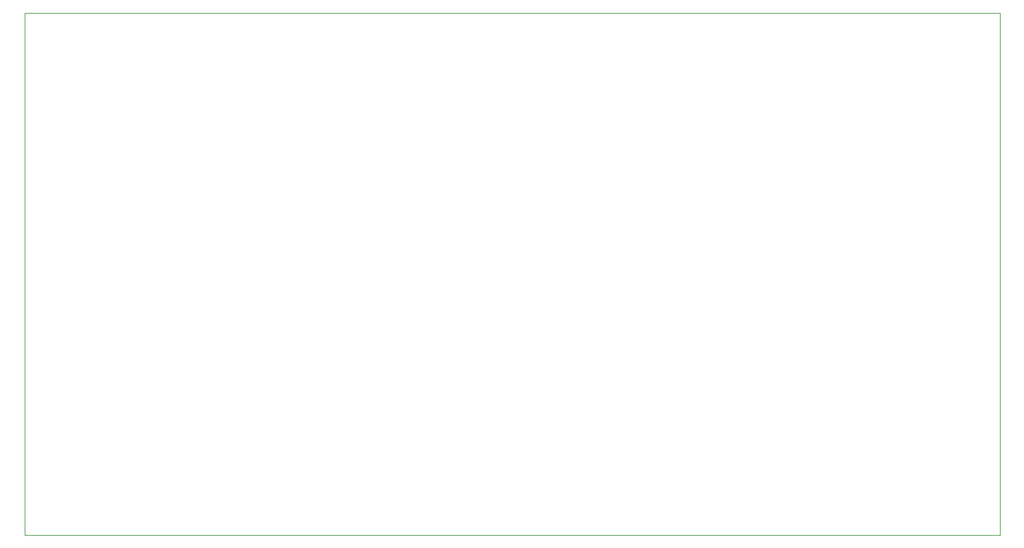
<source format=gbr>
%TF.GenerationSoftware,KiCad,Pcbnew,9.0.1*%
%TF.CreationDate,2025-04-17T11:28:58-04:00*%
%TF.ProjectId,IMUPCB,494d5550-4342-42e6-9b69-6361645f7063,rev?*%
%TF.SameCoordinates,Original*%
%TF.FileFunction,Profile,NP*%
%FSLAX46Y46*%
G04 Gerber Fmt 4.6, Leading zero omitted, Abs format (unit mm)*
G04 Created by KiCad (PCBNEW 9.0.1) date 2025-04-17 11:28:58*
%MOMM*%
%LPD*%
G01*
G04 APERTURE LIST*
%TA.AperFunction,Profile*%
%ADD10C,0.050000*%
%TD*%
G04 APERTURE END LIST*
D10*
X100000000Y-118500000D02*
X100000000Y-50500000D01*
X227000000Y-50500000D02*
X227000000Y-118500000D01*
X227000000Y-118500000D02*
X100000000Y-118500000D01*
X100000000Y-50500000D02*
X227000000Y-50500000D01*
M02*

</source>
